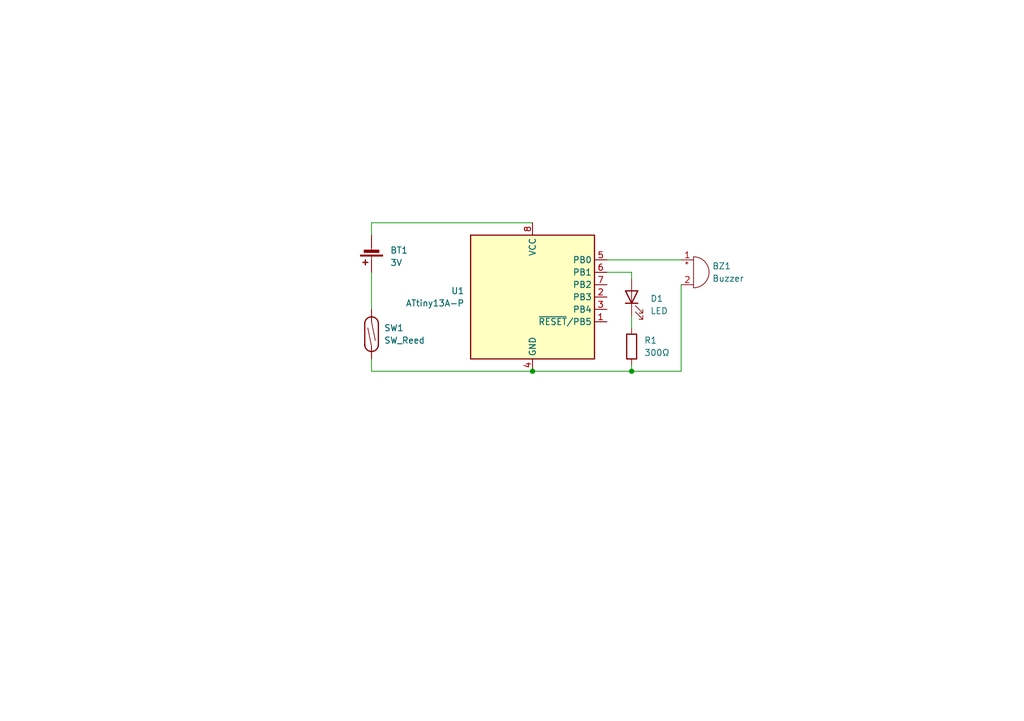
<source format=kicad_sch>
(kicad_sch (version 20230121) (generator eeschema)
  (paper "A5")
  (lib_symbols
    (symbol "Device:Battery_Cell" (pin_numbers hide) (pin_names (offset 0) hide)
      (property "Reference" "BT" (at 2.54 2.54 0))
      (property "Value" "Battery_Cell" (at 2.54 0 0))
      (symbol "Battery_Cell_0_1"
        (rectangle (start -2.286 1.778) (end 2.286 1.524) (fill (type outline)))
        (rectangle (start -1.524 1.016) (end 1.524 0.508) (fill (type outline)))
        (polyline (pts (xy 0 0.762) (xy 0 0)))
        (polyline (pts (xy 0 1.778) (xy 0 2.54)))
        (polyline (pts (xy 0.762 3.048) (xy 1.778 3.048)) (stroke (width 0.254)))
        (polyline (pts (xy 1.27 3.556) (xy 1.27 2.54)) (stroke (width 0.254)))
      )
      (symbol "Battery_Cell_1_1"
        (pin passive line (at 0 5.08 270) (length 2.54) (name "+") (number "1"))
        (pin passive line (at 0 -2.54 90) (length 2.54) (name "-") (number "2"))
      )
    )
    (symbol "Device:Buzzer" (pin_names (offset 0.0254) hide)
      (property "Reference" "BZ" (at 3.81 1.27 0))
      (property "Value" "Buzzer" (at 3.81 -1.27 0))
      (symbol "Buzzer_0_1"
        (arc (start 0 -3.175) (mid 3.1612 0) (end 0 3.175))
        (polyline (pts (xy -1.651 1.905) (xy -1.143 1.905)))
        (polyline (pts (xy -1.397 2.159) (xy -1.397 1.651)))
        (polyline (pts (xy 0 3.175) (xy 0 -3.175)))
      )
      (symbol "Buzzer_1_1"
        (pin passive line (at -2.54 2.54 0) (length 2.54) (name "-") (number "1"))
        (pin passive line (at -2.54 -2.54 0) (length 2.54) (name "+") (number "2"))
      )
    )
    (symbol "Device:LED" (pin_numbers hide) (pin_names (offset 1.016) hide)
      (property "Reference" "D" (at 0 2.54 0))
      (property "Value" "LED" (at 0 -2.54 0))
      (symbol "LED_0_1"
        (polyline (pts (xy -1.27 -1.27) (xy -1.27 1.27)) (stroke (width 0.254)))
        (polyline (pts (xy -1.27 0) (xy 1.27 0)))
        (polyline (pts (xy 1.27 -1.27) (xy 1.27 1.27) (xy -1.27 0) (xy 1.27 -1.27)) (stroke (width 0.254)))
        (polyline (pts (xy -3.048 -0.762) (xy -4.572 -2.286) (xy -3.81 -2.286) (xy -4.572 -2.286) (xy -4.572 -1.524)))
        (polyline (pts (xy -1.778 -0.762) (xy -3.302 -2.286) (xy -2.54 -2.286) (xy -3.302 -2.286) (xy -3.302 -1.524)))
      )
      (symbol "LED_1_1"
        (pin passive line (at -3.81 0 0) (length 2.54) (name "K") (number "1"))
        (pin passive line (at 3.81 0 180) (length 2.54) (name "A") (number "2"))
      )
    )
    (symbol "Device:R" (pin_numbers hide) (pin_names (offset 0))
      (property "Reference" "R" (at 2.032 0 90))
      (property "Value" "R" (at 0 0 90))
      (symbol "R_0_1"
        (rectangle (start -1.016 -2.54) (end 1.016 2.54) (stroke (width 0.254)))
      )
      (symbol "R_1_1"
        (pin passive line (at 0 3.81 270) (length 1.27) (name "~") (number "1"))
        (pin passive line (at 0 -3.81 90) (length 1.27) (name "~") (number "2"))
      )
    )
    (symbol "MCU_Microchip_ATtiny:ATtiny13A-P"
      (property "Reference" "U" (at -12.7 13.97 0))
      (property "Value" "ATtiny13A-P" (at 2.54 -13.97 0))
      (symbol "ATtiny13A-P_0_1"
        (rectangle (start -12.7 -12.7) (end 12.7 12.7) (stroke (width 0.254)) (fill (type background)))
      )
      (symbol "ATtiny13A-P_1_1"
        (pin bidirectional line (at 15.24 -5.08 180) (length 2.54) (name "~{RESET}/PB5") (number "1"))
        (pin bidirectional line (at 15.24 0 180) (length 2.54) (name "PB3") (number "2"))
        (pin bidirectional line (at 15.24 -2.54 180) (length 2.54) (name "PB4") (number "3"))
        (pin power_in line (at 0 -15.24 90) (length 2.54) (name "GND") (number "4"))
        (pin bidirectional line (at 15.24 7.62 180) (length 2.54) (name "PB0") (number "5"))
        (pin bidirectional line (at 15.24 5.08 180) (length 2.54) (name "PB1") (number "6"))
        (pin bidirectional line (at 15.24 2.54 180) (length 2.54) (name "PB2") (number "7"))
        (pin power_in line (at 0 15.24 270) (length 2.54) (name "VCC") (number "8"))
      )
    )
    (symbol "Switch:SW_Reed" (pin_numbers hide) (pin_names (offset 0) hide)
      (property "Reference" "SW" (at 0 2.54 0))
      (property "Value" "SW_Reed" (at 0 -2.54 0))
      (symbol "SW_Reed_0_0"
        (arc (start -2.159 1.397) (mid -3.55 0) (end -2.159 -1.397) (stroke (width 0.254)))
        (polyline (pts (xy -2.54 0) (xy 1.27 0.762)))
        (polyline (pts (xy -2.159 -1.397) (xy 2.286 -1.397)) (stroke (width 0.254)))
        (polyline (pts (xy 2.159 1.397) (xy -2.159 1.397)) (stroke (width 0.254)))
        (polyline (pts (xy 2.54 0) (xy -1.27 -0.762)))
        (arc (start 2.159 -1.397) (mid 3.55 0) (end 2.159 1.397) (stroke (width 0.254)))
      )
      (symbol "SW_Reed_1_1"
        (pin passive line (at -5.08 0 0) (length 2.54) (name "1") (number "1"))
        (pin passive line (at 5.08 0 180) (length 2.54) (name "2") (number "2"))
      )
    )
  )
  (junction (at 109.22 76.2))
  (junction (at 129.54 76.2))
  (wire (pts (xy 129.54 76.2) (xy 139.7 76.2)))
  (wire (pts (xy 124.46 53.34) (xy 139.7 53.34)))
  (wire (pts (xy 76.2 45.72) (xy 76.2 48.26)))
  (wire (pts (xy 129.54 55.88) (xy 124.46 55.88)))
  (wire (pts (xy 109.22 76.2) (xy 129.54 76.2)))
  (wire (pts (xy 129.54 67.31) (xy 129.54 64.77)))
  (wire (pts (xy 109.22 45.72) (xy 76.2 45.72)))
  (wire (pts (xy 76.2 76.2) (xy 109.22 76.2)))
  (wire (pts (xy 129.54 57.15) (xy 129.54 55.88)))
  (wire (pts (xy 139.7 58.42) (xy 139.7 76.2)))
  (wire (pts (xy 129.54 74.93) (xy 129.54 76.2)))
  (wire (pts (xy 76.2 73.66) (xy 76.2 76.2)))
  (wire (pts (xy 76.2 55.88) (xy 76.2 63.5)))
  (symbol (lib_id "Device:Buzzer") (at 142.24 55.88 0) (unit 1)
    (property "Reference" "BZ1" (at 146.05 54.61 0) (effects (justify left)))
    (property "Value" "Buzzer" (at 146.05 57.15 0) (effects (justify left)))
  )
  (symbol (lib_id "Device:Battery_Cell") (at 76.2 50.8 180) (unit 1)
    (property "Reference" "BT1" (at 80.01 51.3715 0) (effects (justify right)))
    (property "Value" "3V" (at 80.01 53.9115 0) (effects (justify right)))
  )
  (symbol (lib_id "Switch:SW_Reed") (at 76.2 68.58 270) (unit 1)
    (property "Reference" "SW1" (at 78.74 67.31 90) (effects (justify left)))
    (property "Value" "SW_Reed" (at 78.74 69.85 90) (effects (justify left)))
  )
  (symbol (lib_id "Device:LED") (at 129.54 60.96 90) (unit 1)
    (property "Reference" "D1" (at 133.35 61.2775 90) (effects (justify right)))
    (property "Value" "LED" (at 133.35 63.8175 90) (effects (justify right)))
  )
  (symbol (lib_id "Device:R") (at 129.54 71.12 0) (unit 1)
    (property "Reference" "R1" (at 132.08 69.85 0) (effects (justify left)))
    (property "Value" "300Ω" (at 132.08 72.39 0) (effects (justify left)))
  )
  (symbol (lib_id "MCU_Microchip_ATtiny:ATtiny13A-P") (at 109.22 60.96 0) (unit 1)
    (property "Reference" "U1" (at 95.25 59.69 0) (effects (justify right)))
    (property "Value" "ATtiny13A-P" (at 95.25 62.23 0) (effects (justify right)))
    (property "Footprint" "Package_DIP:DIP-8_W7.62mm" (effects hide))
    (property "Datasheet" "http://ww1.microchip.com/downloads/en/DeviceDoc/doc8126.pdf" (effects hide))
  )
)
</source>
